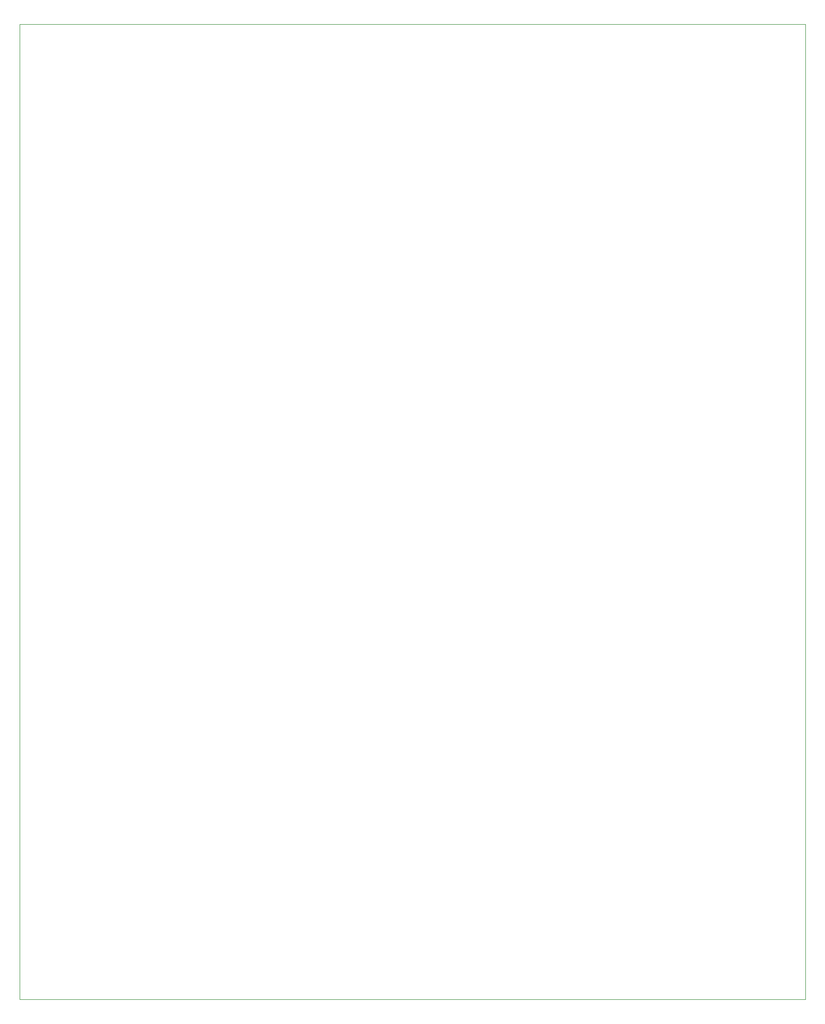
<source format=gbr>
G04 #@! TF.GenerationSoftware,KiCad,Pcbnew,(6.0.9-0)*
G04 #@! TF.CreationDate,2022-12-07T17:47:50-05:00*
G04 #@! TF.ProjectId,6502tor,36353032-746f-4722-9e6b-696361645f70,rev?*
G04 #@! TF.SameCoordinates,Original*
G04 #@! TF.FileFunction,Profile,NP*
%FSLAX46Y46*%
G04 Gerber Fmt 4.6, Leading zero omitted, Abs format (unit mm)*
G04 Created by KiCad (PCBNEW (6.0.9-0)) date 2022-12-07 17:47:50*
%MOMM*%
%LPD*%
G01*
G04 APERTURE LIST*
G04 #@! TA.AperFunction,Profile*
%ADD10C,0.050000*%
G04 #@! TD*
G04 APERTURE END LIST*
D10*
X163830000Y-184150000D02*
X163830000Y-20320000D01*
X31750000Y-20320000D02*
X31750000Y-184150000D01*
X31750000Y-184150000D02*
X163830000Y-184150000D01*
X163830000Y-20320000D02*
X31750000Y-20320000D01*
M02*

</source>
